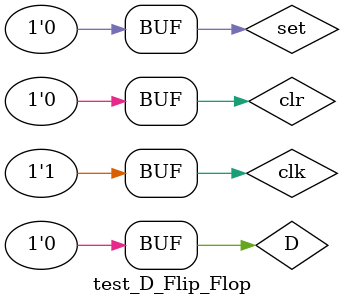
<source format=v>
`timescale 1ns / 1ps


module test_D_Flip_Flop;

	// Inputs
	reg clk;
	reg set;
	reg D;
	reg clr;

	// Outputs
	wire q;

	// Instantiate the Unit Under Test (UUT)
	D_Flip_Flop uut (
		.clk(clk), 
		.set(set), 
		.D(D), 
		.clr(clr), 
		.q(q)
	);

	initial begin
		// Initialize Inputs
		clk = 0;
		set = 1;
		D = 0;
		clr = 0;

		// Wait 100 ns for global reset to finish
		#100;
        
		// Add stimulus here
		#100; clr<=1; set<=0; clk<=0; D<=1;
              #100; clr<=1; set<=0; clk<=1; D<=1;
              #100; clr<=0; set<=0; clk<=0; D<=0;
              #100; clr<=0; set<=0; clk<=1; D<=0;
              #100; clr<=0; set<=1; clk<=0; D<=1;
              #100; clr<=0; set<=1; clk<=1; D<=1;
              #100; clr<=0; set<=0; clk<=0; D<=0;
              #100; clr<=0; set<=0; clk<=1; D<=0;
              #100; clr<=0; set<=0; clk<=0; D<=1;
              #100; clr<=0; set<=0; clk<=1; D<=1;
              #100; clr<=0; set<=0; clk<=0; D<=0;
              #100; clr<=0; set<=0; clk<=1; D<=0;
              #100; clr<=0; set<=0; clk<=0; D<=1;
              #100; clr<=0; set<=0; clk<=1; D<=1;
              #100; clr<=0; set<=0; clk<=0; D<=0;
              #100; clr<=0; set<=0; clk<=1; D<=0;
	end
	//always #100 clk=~clk;
	//always #200 D=~D;
	//always #200 clr=~clr;
	//always #400 set=~set;
      
endmodule


</source>
